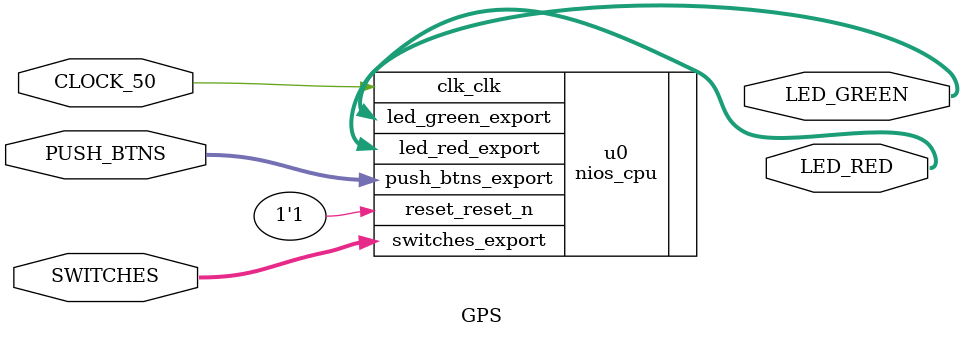
<source format=v>
module GPS(CLOCK_50,
			  LED_GREEN,
			  LED_RED,
			  PUSH_BTNS,
			  SWITCHES);
		 
	input CLOCK_50;
	output [7:0]  LED_GREEN;
	output [17:0] LED_RED;
	input  [3:0]  PUSH_BTNS;
	input  [17:0] SWITCHES;

	// NIOS CPU
	nios_cpu u0(
		.clk_clk (CLOCK_50),
		.led_green_export (LED_GREEN),
		.led_red_export (LED_RED),
		.push_btns_export (PUSH_BTNS),
		.reset_reset_n (1'b1),
		.switches_export (SWITCHES)
		);
	
	// CA Code Generator
//	cacode ca(
//		.rst (1'b1),
//      .clk (CLOCK_50),
//      .T0 (4'b0001),
//		.T1 (4'b0001),
//      .rd (1'b1),
//      .chip (1'b1),
//      .g1 (10'b0000000001), 
//		.g2 (10'b0000000001)
//		);

endmodule
</source>
